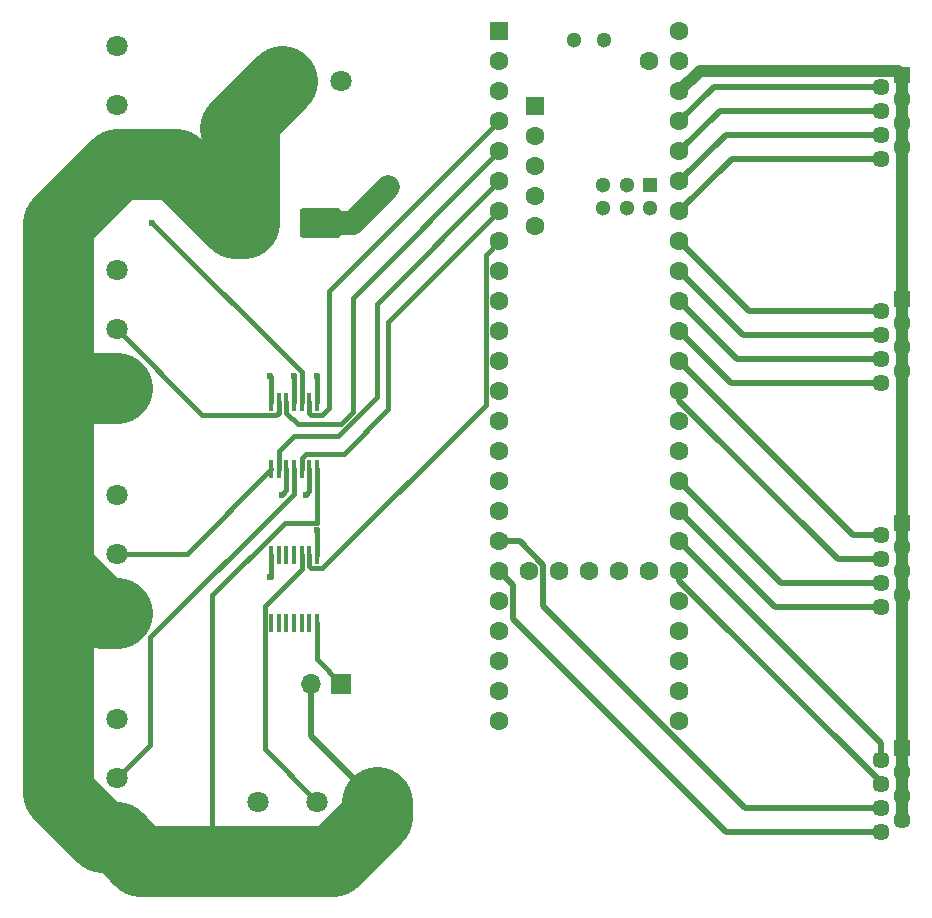
<source format=gbr>
G04 #@! TF.GenerationSoftware,KiCad,Pcbnew,(5.1.7-0-10_14)*
G04 #@! TF.CreationDate,2020-11-21T12:18:44-08:00*
G04 #@! TF.ProjectId,Main PCB,4d61696e-2050-4434-922e-6b696361645f,1*
G04 #@! TF.SameCoordinates,Original*
G04 #@! TF.FileFunction,Copper,L1,Top*
G04 #@! TF.FilePolarity,Positive*
%FSLAX46Y46*%
G04 Gerber Fmt 4.6, Leading zero omitted, Abs format (unit mm)*
G04 Created by KiCad (PCBNEW (5.1.7-0-10_14)) date 2020-11-21 12:18:44*
%MOMM*%
%LPD*%
G01*
G04 APERTURE LIST*
G04 #@! TA.AperFunction,SMDPad,CuDef*
%ADD10R,0.410000X1.570000*%
G04 #@! TD*
G04 #@! TA.AperFunction,ComponentPad*
%ADD11C,1.300000*%
G04 #@! TD*
G04 #@! TA.AperFunction,ComponentPad*
%ADD12C,1.600000*%
G04 #@! TD*
G04 #@! TA.AperFunction,ComponentPad*
%ADD13R,1.300000X1.300000*%
G04 #@! TD*
G04 #@! TA.AperFunction,ComponentPad*
%ADD14R,1.600000X1.600000*%
G04 #@! TD*
G04 #@! TA.AperFunction,ComponentPad*
%ADD15O,1.700000X1.700000*%
G04 #@! TD*
G04 #@! TA.AperFunction,ComponentPad*
%ADD16R,1.700000X1.700000*%
G04 #@! TD*
G04 #@! TA.AperFunction,ComponentPad*
%ADD17C,1.803400*%
G04 #@! TD*
G04 #@! TA.AperFunction,ComponentPad*
%ADD18C,1.447800*%
G04 #@! TD*
G04 #@! TA.AperFunction,ComponentPad*
%ADD19R,1.447800X1.447800*%
G04 #@! TD*
G04 #@! TA.AperFunction,ViaPad*
%ADD20C,0.600000*%
G04 #@! TD*
G04 #@! TA.AperFunction,Conductor*
%ADD21C,0.400000*%
G04 #@! TD*
G04 #@! TA.AperFunction,Conductor*
%ADD22C,2.000000*%
G04 #@! TD*
G04 #@! TA.AperFunction,Conductor*
%ADD23C,5.000000*%
G04 #@! TD*
G04 #@! TA.AperFunction,Conductor*
%ADD24C,0.500000*%
G04 #@! TD*
G04 #@! TA.AperFunction,Conductor*
%ADD25C,6.000000*%
G04 #@! TD*
G04 #@! TA.AperFunction,Conductor*
%ADD26C,1.000000*%
G04 #@! TD*
G04 APERTURE END LIST*
G04 #@! TA.AperFunction,SMDPad,CuDef*
G36*
G01*
X9500000Y-1000000D02*
X9500000Y1000000D01*
G75*
G02*
X9750000Y1250000I250000J0D01*
G01*
X12750000Y1250000D01*
G75*
G02*
X13000000Y1000000I0J-250000D01*
G01*
X13000000Y-1000000D01*
G75*
G02*
X12750000Y-1250000I-250000J0D01*
G01*
X9750000Y-1250000D01*
G75*
G02*
X9500000Y-1000000I0J250000D01*
G01*
G37*
G04 #@! TD.AperFunction*
G04 #@! TA.AperFunction,SMDPad,CuDef*
G36*
G01*
X3000000Y-1000000D02*
X3000000Y1000000D01*
G75*
G02*
X3250000Y1250000I250000J0D01*
G01*
X6250000Y1250000D01*
G75*
G02*
X6500000Y1000000I0J-250000D01*
G01*
X6500000Y-1000000D01*
G75*
G02*
X6250000Y-1250000I-250000J0D01*
G01*
X3250000Y-1250000D01*
G75*
G02*
X3000000Y-1000000I0J250000D01*
G01*
G37*
G04 #@! TD.AperFunction*
D10*
X10950000Y-33870000D03*
X10300000Y-33870000D03*
X9650000Y-33870000D03*
X9000000Y-33870000D03*
X8350000Y-33870000D03*
X7700000Y-33870000D03*
X7050000Y-33870000D03*
X7050000Y-28130000D03*
X7700000Y-28130000D03*
X8350000Y-28130000D03*
X9000000Y-28130000D03*
X9650000Y-28130000D03*
X10300000Y-28130000D03*
X10950000Y-28130000D03*
X10950000Y-20870000D03*
X10300000Y-20870000D03*
X9650000Y-20870000D03*
X9000000Y-20870000D03*
X8350000Y-20870000D03*
X7700000Y-20870000D03*
X7050000Y-20870000D03*
X7050000Y-15130000D03*
X7700000Y-15130000D03*
X8350000Y-15130000D03*
X9000000Y-15130000D03*
X9650000Y-15130000D03*
X10300000Y-15130000D03*
X10950000Y-15130000D03*
D11*
X35270000Y15480000D03*
X32730000Y15480000D03*
D12*
X39080000Y-29510000D03*
X36540000Y-29510000D03*
X34000000Y-29510000D03*
X31460000Y-29510000D03*
X28920000Y-29510000D03*
D11*
X35181600Y3240000D03*
X35181600Y1240000D03*
X37181600Y1240000D03*
X37181600Y3240000D03*
X39181600Y1240000D03*
D13*
X39181600Y3240000D03*
D12*
X26380000Y-24430000D03*
X26380000Y-26970000D03*
X26380000Y-29510000D03*
X26380000Y-32050000D03*
X26380000Y-21890000D03*
X26380000Y-19350000D03*
X26380000Y-16810000D03*
X26380000Y-34590000D03*
X26380000Y-37130000D03*
X26380000Y-39670000D03*
X26380000Y-42210000D03*
X41620000Y-42210000D03*
X41620000Y-39670000D03*
X41620000Y-37130000D03*
X41620000Y-34590000D03*
X41620000Y-32050000D03*
X41620000Y-29510000D03*
X41620000Y-26970000D03*
X41620000Y-24430000D03*
X41620000Y-21890000D03*
X41620000Y-19350000D03*
X26380000Y-14270000D03*
X26380000Y-11730000D03*
X26380000Y-9190000D03*
X26380000Y-6650000D03*
X26380000Y-4110000D03*
X26380000Y-1570000D03*
X26380000Y970000D03*
X26380000Y3510000D03*
X26380000Y6050000D03*
X26380000Y8590000D03*
X26380000Y11130000D03*
X26380000Y13670000D03*
D14*
X26380000Y16210000D03*
D12*
X41620000Y-16810000D03*
X41620000Y-14270000D03*
X41620000Y-11730000D03*
X41620000Y-9190000D03*
X41620000Y-6650000D03*
X41620000Y-4110000D03*
X41620000Y-1570000D03*
X41620000Y970000D03*
X41620000Y3510000D03*
X41620000Y6050000D03*
X41620000Y8590000D03*
X41620000Y11130000D03*
X41620000Y13670000D03*
X41620000Y16210000D03*
D14*
X29430800Y9910800D03*
D12*
X29430800Y7370800D03*
X29430800Y4830800D03*
X29430800Y2290800D03*
X29430800Y-249200D03*
X39080000Y13670000D03*
D15*
X10460000Y-39000000D03*
D16*
X13000000Y-39000000D03*
D17*
X16000000Y-49000000D03*
X11000000Y-49000000D03*
X6000000Y-49000000D03*
X-6000000Y-52000000D03*
X-6000000Y-47000000D03*
X-6000000Y-42000000D03*
X-6000000Y-33000000D03*
X-6000000Y-28000000D03*
X-6000000Y-23000000D03*
X-6000000Y-14000000D03*
X-6000000Y-9000000D03*
X-6000000Y-4000000D03*
X-6000000Y5000000D03*
X-6000000Y10000000D03*
X-6000000Y15000000D03*
X8000000Y12000000D03*
X13000000Y12000000D03*
D18*
X58682000Y-51556000D03*
X60460000Y-50540000D03*
X58682000Y-49524000D03*
X60460000Y-48508000D03*
X58682000Y-47492000D03*
X60460000Y-46476000D03*
X58682000Y-45460000D03*
D19*
X60460000Y-44444000D03*
D18*
X58682000Y-32556000D03*
X60460000Y-31540000D03*
X58682000Y-30524000D03*
X60460000Y-29508000D03*
X58682000Y-28492000D03*
X60460000Y-27476000D03*
X58682000Y-26460000D03*
D19*
X60460000Y-25444000D03*
D18*
X58682000Y-13556000D03*
X60460000Y-12540000D03*
X58682000Y-11524000D03*
X60460000Y-10508000D03*
X58682000Y-9492000D03*
X60460000Y-8476000D03*
X58682000Y-7460000D03*
D19*
X60460000Y-6444000D03*
D18*
X58682000Y5444000D03*
X60460000Y6460000D03*
X58682000Y7476000D03*
X60460000Y8492000D03*
X58682000Y9508000D03*
X60460000Y10524000D03*
X58682000Y11540000D03*
D19*
X60460000Y12556000D03*
D20*
X11000000Y-13000000D03*
X9000000Y-13000000D03*
X7000000Y-13000000D03*
X10000000Y-23000000D03*
X8000000Y-23000000D03*
X11000000Y-26000000D03*
X17000000Y3000000D03*
X7000000Y-30000000D03*
X-3000000Y0D03*
D21*
X10950000Y-13050000D02*
X11000000Y-13000000D01*
X10950000Y-15130000D02*
X10950000Y-13050000D01*
X9000000Y-15130000D02*
X9000000Y-13000000D01*
X7050000Y-13050000D02*
X7000000Y-13000000D01*
X7050000Y-15130000D02*
X7050000Y-13050000D01*
X10300000Y-22700000D02*
X10000000Y-23000000D01*
X10300000Y-20870000D02*
X10300000Y-22700000D01*
X8350000Y-22650000D02*
X8000000Y-23000000D01*
X8350000Y-20870000D02*
X8350000Y-22650000D01*
X10950000Y-26050000D02*
X11000000Y-26000000D01*
X10950000Y-28130000D02*
X10950000Y-26050000D01*
X7050000Y-29950000D02*
X7000000Y-30000000D01*
X7050000Y-28130000D02*
X7050000Y-29950000D01*
D22*
X14000000Y0D02*
X17000000Y3000000D01*
X12000000Y0D02*
X14000000Y0D01*
D23*
X-10000000Y-33000000D02*
X-11000000Y-32000000D01*
X-6000000Y-33000000D02*
X-10000000Y-33000000D01*
X-11000000Y-32000000D02*
X-11000000Y-13000000D01*
X-11000000Y-49000000D02*
X-11000000Y-32000000D01*
D24*
X10460000Y-43460000D02*
X16000000Y-49000000D01*
X10460000Y-39000000D02*
X10460000Y-43460000D01*
D21*
X2098301Y-31503097D02*
X2098301Y-52901699D01*
X8228399Y-25372999D02*
X2098301Y-31503097D01*
X10950000Y-20870000D02*
X10950000Y-25372999D01*
X10950000Y-25372999D02*
X8228399Y-25372999D01*
D25*
X-11000000Y0D02*
X-11000000Y-13000000D01*
X-6000000Y5000000D02*
X-11000000Y0D01*
X-10000000Y-14000000D02*
X-11000000Y-13000000D01*
X-6000000Y-14000000D02*
X-10000000Y-14000000D01*
X-10000000Y-14000000D02*
X-10028701Y-14028701D01*
X-11000000Y-29275196D02*
X-11000000Y-13000000D01*
X-7275196Y-33000000D02*
X-11000000Y-29275196D01*
X-6000000Y-33000000D02*
X-7275196Y-33000000D01*
X-11000000Y-48275196D02*
X-11000000Y-29275196D01*
X16000000Y-50275196D02*
X12275196Y-54000000D01*
X16000000Y-49000000D02*
X16000000Y-50275196D01*
X-4000000Y-54000000D02*
X-6000000Y-52000000D01*
X12275196Y-54000000D02*
X-4000000Y-54000000D01*
X-7275196Y-52000000D02*
X-11000000Y-48275196D01*
X-6000000Y-52000000D02*
X-7275196Y-52000000D01*
X-6000000Y5000000D02*
X-1000000Y5000000D01*
X4000000Y8000000D02*
X8000000Y12000000D01*
X4000000Y0D02*
X-1000000Y5000000D01*
X4750000Y0D02*
X4000000Y0D01*
X4750000Y7250000D02*
X4000000Y8000000D01*
X4750000Y0D02*
X4750000Y7250000D01*
D26*
X60460000Y12556000D02*
X60460000Y-50540000D01*
X43380901Y12890901D02*
X41620000Y11130000D01*
X60125099Y12890901D02*
X43380901Y12890901D01*
X60460000Y12556000D02*
X60125099Y12890901D01*
D24*
X44570000Y11540000D02*
X41620000Y8590000D01*
X58682000Y11540000D02*
X44570000Y11540000D01*
X45078000Y9508000D02*
X41620000Y6050000D01*
X58682000Y9508000D02*
X45078000Y9508000D01*
X45586000Y7476000D02*
X41620000Y3510000D01*
X58682000Y7476000D02*
X45586000Y7476000D01*
X46094000Y5444000D02*
X41620000Y970000D01*
X58682000Y5444000D02*
X46094000Y5444000D01*
X47510000Y-7460000D02*
X41620000Y-1570000D01*
X58682000Y-7460000D02*
X47510000Y-7460000D01*
X47002000Y-9492000D02*
X41620000Y-4110000D01*
X58682000Y-9492000D02*
X47002000Y-9492000D01*
X46494000Y-11524000D02*
X41620000Y-6650000D01*
X58682000Y-11524000D02*
X46494000Y-11524000D01*
X45986000Y-13556000D02*
X41620000Y-9190000D01*
X58682000Y-13556000D02*
X45986000Y-13556000D01*
X56350000Y-26460000D02*
X41620000Y-11730000D01*
X58682000Y-26460000D02*
X56350000Y-26460000D01*
X41620000Y-15068038D02*
X41620000Y-14270000D01*
X55043962Y-28492000D02*
X41620000Y-15068038D01*
X58682000Y-28492000D02*
X55043962Y-28492000D01*
X50254000Y-30524000D02*
X41620000Y-21890000D01*
X58682000Y-30524000D02*
X50254000Y-30524000D01*
X49746000Y-32556000D02*
X41620000Y-24430000D01*
X58682000Y-32556000D02*
X49746000Y-32556000D01*
X58682000Y-44032000D02*
X41620000Y-26970000D01*
X58682000Y-45460000D02*
X58682000Y-44032000D01*
X41620000Y-30308038D02*
X41620000Y-29510000D01*
X58682000Y-47370038D02*
X41620000Y-30308038D01*
X58682000Y-47492000D02*
X58682000Y-47370038D01*
X30097001Y-28945039D02*
X28121962Y-26970000D01*
X47192038Y-49524000D02*
X30097001Y-32428963D01*
X28121962Y-26970000D02*
X26380000Y-26970000D01*
X30097001Y-32428963D02*
X30097001Y-28945039D01*
X58682000Y-49524000D02*
X47192038Y-49524000D01*
X27557001Y-30687001D02*
X27557001Y-33557001D01*
X26380000Y-29510000D02*
X27557001Y-30687001D01*
X45556000Y-51556000D02*
X58682000Y-51556000D01*
X27557001Y-33557001D02*
X45556000Y-51556000D01*
D21*
X9650000Y-12650000D02*
X9650000Y-15130000D01*
X-3000000Y0D02*
X9650000Y-12650000D01*
X7700000Y-16058602D02*
X7700000Y-15130000D01*
X7516601Y-16242001D02*
X7700000Y-16058602D01*
X1242001Y-16242001D02*
X7516601Y-16242001D01*
X-6000000Y-9000000D02*
X1242001Y-16242001D01*
X-80000Y-28000000D02*
X7050000Y-20870000D01*
X-6000000Y-28000000D02*
X-80000Y-28000000D01*
X-3172990Y-44172990D02*
X-3172990Y-35100952D01*
X-3172990Y-35100952D02*
X9000000Y-22927962D01*
X-6000000Y-47000000D02*
X-3172990Y-44172990D01*
X9000000Y-22927962D02*
X9000000Y-20870000D01*
X6517999Y-32447001D02*
X9650000Y-29315000D01*
X9650000Y-29315000D02*
X9650000Y-28130000D01*
X6517999Y-44517999D02*
X6517999Y-32447001D01*
X11000000Y-49000000D02*
X6517999Y-44517999D01*
X10950000Y-36950000D02*
X13000000Y-39000000D01*
X10950000Y-33870000D02*
X10950000Y-36950000D01*
X25252999Y-2697001D02*
X26380000Y-1570000D01*
X25252999Y-15405603D02*
X25252999Y-2697001D01*
X11416601Y-29242001D02*
X25252999Y-15405603D01*
X10483399Y-29242001D02*
X11416601Y-29242001D01*
X10300000Y-29058602D02*
X10483399Y-29242001D01*
X10300000Y-28130000D02*
X10300000Y-29058602D01*
X26380000Y970000D02*
X17000000Y-8410000D01*
X9650000Y-19877010D02*
X9650000Y-20870000D01*
X13218294Y-19527010D02*
X10000000Y-19527010D01*
X10000000Y-19527010D02*
X9650000Y-19877010D01*
X17000000Y-15745304D02*
X13218294Y-19527010D01*
X17000000Y-8410000D02*
X17000000Y-15745304D01*
X7700000Y-19300000D02*
X7700000Y-20870000D01*
X16000000Y-14745304D02*
X12745304Y-18000000D01*
X16000000Y-6870000D02*
X16000000Y-14745304D01*
X9000000Y-18000000D02*
X7700000Y-19300000D01*
X12745304Y-18000000D02*
X9000000Y-18000000D01*
X26380000Y3510000D02*
X16000000Y-6870000D01*
X8350000Y-16058602D02*
X9321398Y-17030000D01*
X8350000Y-15130000D02*
X8350000Y-16058602D01*
X26380000Y6050000D02*
X14000000Y-6330000D01*
X14000000Y-6330000D02*
X14000000Y-16000000D01*
X12970000Y-17030000D02*
X9321398Y-17030000D01*
X14000000Y-16000000D02*
X12970000Y-17030000D01*
X26380000Y8590000D02*
X12000000Y-5790000D01*
X10483399Y-16242001D02*
X10300000Y-16058602D01*
X12000000Y-15658602D02*
X11416601Y-16242001D01*
X10300000Y-16058602D02*
X10300000Y-15130000D01*
X11416601Y-16242001D02*
X10483399Y-16242001D01*
X12000000Y-5790000D02*
X12000000Y-15658602D01*
M02*

</source>
